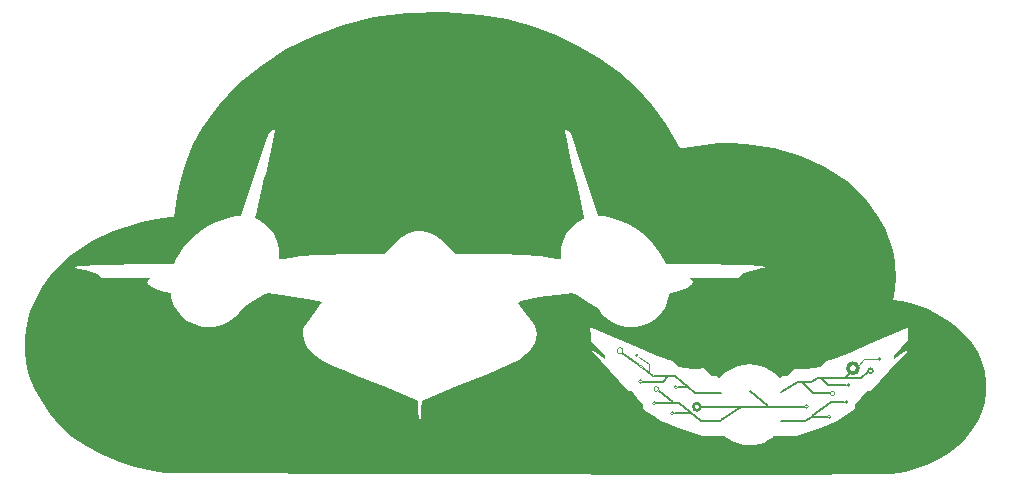
<source format=gto>
%TF.GenerationSoftware,KiCad,Pcbnew,(5.1.12-1-10_14)*%
%TF.CreationDate,2022-04-05T15:16:14-04:00*%
%TF.ProjectId,sr-71,73722d37-312e-46b6-9963-61645f706362,rev?*%
%TF.SameCoordinates,Original*%
%TF.FileFunction,Legend,Top*%
%TF.FilePolarity,Positive*%
%FSLAX46Y46*%
G04 Gerber Fmt 4.6, Leading zero omitted, Abs format (unit mm)*
G04 Created by KiCad (PCBNEW (5.1.12-1-10_14)) date 2022-04-05 15:16:14*
%MOMM*%
%LPD*%
G01*
G04 APERTURE LIST*
%ADD10C,0.120000*%
%ADD11C,0.200000*%
%ADD12C,0.250000*%
%ADD13C,0.150000*%
%ADD14C,0.300000*%
G04 APERTURE END LIST*
D10*
X171408983Y-112268000D02*
G75*
G03*
X171408983Y-112268000I-136783J0D01*
G01*
D11*
X172148500Y-112242600D02*
X171475400Y-112242600D01*
D10*
X168070200Y-109575600D02*
G75*
G03*
X168070200Y-109575600I-100000J0D01*
G01*
X168986200Y-110299500D02*
X168109900Y-109677200D01*
X168986200Y-110959900D02*
X168986200Y-110312200D01*
D11*
X168465500Y-110655100D02*
X169354500Y-111340900D01*
D10*
X168449883Y-110515400D02*
G75*
G03*
X168449883Y-110515400I-136783J0D01*
G01*
X166797800Y-109181900D02*
G75*
G03*
X166797800Y-109181900I-250000J0D01*
G01*
X168411783Y-111785400D02*
G75*
G03*
X168411783Y-111785400I-136783J0D01*
G01*
X169808500Y-112420400D02*
G75*
G03*
X169808500Y-112420400I-200000J0D01*
G01*
X169580183Y-113639600D02*
G75*
G03*
X169580183Y-113639600I-136783J0D01*
G01*
X171091483Y-114477800D02*
G75*
G03*
X171091483Y-114477800I-136783J0D01*
G01*
D11*
X170180000Y-111810800D02*
X168465500Y-111810800D01*
X170599100Y-111366300D02*
X170180000Y-111810800D01*
X172516800Y-114427000D02*
X171170600Y-114427000D01*
X171056300Y-113563400D02*
X169799000Y-112610900D01*
X171500800Y-113601500D02*
X169608500Y-113601500D01*
X173418500Y-115125500D02*
X171500800Y-113601500D01*
X175044100Y-115125500D02*
X173418500Y-115125500D01*
X168135300Y-110401100D02*
X166712900Y-109410500D01*
X171234100Y-111353600D02*
X169392600Y-111353600D01*
X172847000Y-112725200D02*
X171234100Y-111353600D01*
X175069500Y-112725200D02*
X172847000Y-112725200D01*
X175107600Y-115074700D02*
X176796700Y-113919000D01*
X179108100Y-113880900D02*
X177571400Y-112636300D01*
D12*
X173350200Y-113944400D02*
G75*
G03*
X173350200Y-113944400I-300000J0D01*
G01*
D11*
X187944100Y-110883700D02*
G75*
G03*
X187944100Y-110883700I-200000J0D01*
G01*
X186944000Y-111480600D02*
X187566300Y-110947200D01*
X185635900Y-111480600D02*
X186944000Y-111480600D01*
D10*
X184711000Y-112814100D02*
G75*
G03*
X184711000Y-112814100I-180000J0D01*
G01*
X186026683Y-112102900D02*
G75*
G03*
X186026683Y-112102900I-136783J0D01*
G01*
X185823483Y-113525300D02*
G75*
G03*
X185823483Y-113525300I-136783J0D01*
G01*
X184401083Y-114757200D02*
G75*
G03*
X184401083Y-114757200I-136783J0D01*
G01*
D11*
X182918100Y-112801400D02*
X184277000Y-112801400D01*
X181952900Y-111836200D02*
X182918100Y-112801400D01*
D13*
X184175400Y-112102900D02*
X185712100Y-112102900D01*
X183565800Y-111493300D02*
X184175400Y-112102900D01*
D11*
X184404000Y-113525300D02*
X185496200Y-113525300D01*
X182803800Y-114744500D02*
X184404000Y-113525300D01*
X182778400Y-114769900D02*
X184061100Y-114769900D01*
X182194200Y-115176300D02*
X182778400Y-114769900D01*
X180174900Y-115176300D02*
X182194200Y-115176300D01*
X173456600Y-113919000D02*
X182118000Y-113919000D01*
D10*
X188642883Y-109905800D02*
G75*
G03*
X188642883Y-109905800I-136783J0D01*
G01*
X187223400Y-109893100D02*
X188315600Y-109893100D01*
X186690000Y-110464600D02*
X187223400Y-109893100D01*
D11*
X185547000Y-111480600D02*
X186093100Y-111023400D01*
D10*
X182471200Y-113919000D02*
G75*
G03*
X182471200Y-113919000I-150000J0D01*
G01*
D14*
X186684928Y-110667800D02*
G75*
G03*
X186684928Y-110667800I-426728J0D01*
G01*
D11*
X183286400Y-111480600D02*
X185585100Y-111480600D01*
X182702200Y-111810800D02*
X183286400Y-111480600D01*
X181610000Y-111810800D02*
X182702200Y-111810800D01*
X180187600Y-112649000D02*
X181610000Y-111810800D01*
D13*
G36*
X151635026Y-80512640D02*
G01*
X137262778Y-90453633D01*
X137262778Y-90454163D01*
X137306701Y-90489305D01*
X137318078Y-90585422D01*
X137256584Y-90981781D01*
X136532081Y-94189854D01*
X136435447Y-94600165D01*
X135712491Y-97700751D01*
X135644795Y-97979802D01*
X135941935Y-98128630D01*
X136326409Y-98357042D01*
X136666957Y-98632992D01*
X136960994Y-98952870D01*
X137206974Y-99312537D01*
X137402311Y-99708896D01*
X137544937Y-100137293D01*
X137632271Y-100594631D01*
X137662243Y-101076255D01*
X137662772Y-101401816D01*
X138036909Y-101401816D01*
X138579511Y-101352723D01*
X139505553Y-101197693D01*
X140822786Y-101061785D01*
X144078918Y-100981687D01*
X146563519Y-100957399D01*
X147118009Y-100410145D01*
X147641490Y-99915602D01*
X148069372Y-99573503D01*
X148477097Y-99331142D01*
X148938567Y-99136838D01*
X149269815Y-99050539D01*
X149710614Y-99047893D01*
X150172084Y-99096986D01*
X150591697Y-99268034D01*
X150962217Y-99465956D01*
X151296047Y-99692299D01*
X152091864Y-100413701D01*
X152651002Y-100967672D01*
X154552179Y-100968201D01*
X156572212Y-100997139D01*
X158352982Y-101076204D01*
X159763230Y-101198161D01*
X160674285Y-101354739D01*
X161193117Y-101401766D01*
X161542968Y-101402295D01*
X161542968Y-101044695D01*
X161571906Y-100589427D01*
X161657173Y-100150176D01*
X161794632Y-99733148D01*
X161981700Y-99344022D01*
X162214245Y-98989523D01*
X162489163Y-98674814D01*
X162802837Y-98406614D01*
X163152688Y-98190090D01*
X163420888Y-98031959D01*
X163520625Y-97924472D01*
X163226067Y-96597938D01*
X162860717Y-95034209D01*
X162725325Y-94455433D01*
X162585797Y-93852368D01*
X162337750Y-92766647D01*
X161945010Y-90942986D01*
X161898502Y-90641713D01*
X161915541Y-90491334D01*
X162006492Y-90475327D01*
X162181675Y-90576612D01*
X162386830Y-90720273D01*
X162851401Y-92117603D01*
X164014637Y-95637287D01*
X164713819Y-97760155D01*
X165166506Y-97817514D01*
X165882741Y-97962209D01*
X166626881Y-98213357D01*
X167375157Y-98561139D01*
X168103277Y-98996770D01*
X168741997Y-99498034D01*
X169345062Y-100109364D01*
X169876295Y-100790460D01*
X170300041Y-101501011D01*
X170461789Y-101822438D01*
X172961379Y-101855511D01*
X177278427Y-101955245D01*
X178453550Y-102020359D01*
X178849390Y-102091157D01*
X178774976Y-102154202D01*
X178598242Y-102217762D01*
X177963658Y-102338169D01*
X177615358Y-102401730D01*
X177325454Y-102495265D01*
X177045366Y-102638926D01*
X176727556Y-102852350D01*
X176531704Y-102994460D01*
X174509088Y-102994460D01*
X172486471Y-102994460D01*
X172586724Y-103121584D01*
X172686459Y-103382551D01*
X172654420Y-103497271D01*
X172562954Y-103617678D01*
X172230156Y-103860039D01*
X171742849Y-104077598D01*
X171157355Y-104239862D01*
X170740842Y-104323578D01*
X170633355Y-104751976D01*
X170501064Y-105185025D01*
X170331564Y-105550377D01*
X170102638Y-105885755D01*
X169792062Y-106229920D01*
X169382268Y-106601990D01*
X168971957Y-106840221D01*
X168604022Y-106992666D01*
X168229883Y-107102219D01*
X167852130Y-107167849D01*
X167473857Y-107190074D01*
X167097654Y-107169410D01*
X166726616Y-107105331D01*
X166362814Y-106997844D01*
X166008830Y-106846949D01*
X165618673Y-106615955D01*
X165255906Y-106330700D01*
X164946880Y-106014956D01*
X164718987Y-105692496D01*
X164499361Y-105466671D01*
X163937122Y-105103903D01*
X162856053Y-104493602D01*
X162457109Y-104294133D01*
X161867482Y-104366997D01*
X159677433Y-104676022D01*
X158144713Y-104976261D01*
X157971080Y-105038274D01*
X157938007Y-105111137D01*
X158329196Y-105718335D01*
X158931226Y-106485730D01*
X159206663Y-106822145D01*
X159378745Y-107120833D01*
X159467111Y-107429342D01*
X159492431Y-107794176D01*
X159467111Y-108211723D01*
X159335854Y-108559505D01*
X159030445Y-109022010D01*
X158559156Y-109487097D01*
X157945757Y-109935648D01*
X157214536Y-110346993D01*
X155355735Y-111154697D01*
X152714553Y-112209411D01*
X149940044Y-113332339D01*
X149747809Y-113441377D01*
X149723520Y-114211356D01*
X149689413Y-114855762D01*
X149660475Y-114964800D01*
X149614483Y-114997354D01*
X149547821Y-114990131D01*
X149506480Y-114949306D01*
X149470822Y-114163308D01*
X149457910Y-113441387D01*
X149265159Y-113332868D01*
X146683921Y-112279702D01*
X144295953Y-111340225D01*
X143307382Y-110929396D01*
X142252150Y-110466375D01*
X141424811Y-110034877D01*
X140790740Y-109613197D01*
X140314283Y-109181699D01*
X140045049Y-108852004D01*
X139857464Y-108529543D01*
X139743776Y-108197780D01*
X139696751Y-107839147D01*
X139706038Y-107462942D01*
X139821277Y-107137380D01*
X140011447Y-106814403D01*
X140279131Y-106474371D01*
X140897698Y-105679071D01*
X141280621Y-105078591D01*
X140930254Y-104953535D01*
X140018164Y-104768015D01*
X137338742Y-104366491D01*
X136749113Y-104294659D01*
X136352757Y-104490515D01*
X135185902Y-105153005D01*
X134727532Y-105463065D01*
X134502740Y-105664085D01*
X134263477Y-106001016D01*
X133949284Y-106326062D01*
X133585998Y-106615450D01*
X133200492Y-106843859D01*
X132844442Y-107001471D01*
X132517846Y-107099656D01*
X132164381Y-107150299D01*
X131728747Y-107165275D01*
X131155139Y-107143579D01*
X130700905Y-107027824D01*
X130292142Y-106863494D01*
X129915423Y-106650586D01*
X129574356Y-106393755D01*
X129273083Y-106096615D01*
X129014702Y-105763819D01*
X128802829Y-105398467D01*
X128641081Y-105005209D01*
X128533594Y-104587662D01*
X128482434Y-104312744D01*
X128123284Y-104252281D01*
X127685583Y-104150480D01*
X127263388Y-104000102D01*
X126897519Y-103818716D01*
X126627250Y-103623380D01*
X126549735Y-103514342D01*
X126522348Y-103386702D01*
X126545076Y-103252344D01*
X126618455Y-103121084D01*
X126718709Y-102993963D01*
X124696609Y-102993963D01*
X122675026Y-102993963D01*
X122414060Y-102807410D01*
X122120023Y-102613105D01*
X121858538Y-102483399D01*
X121578968Y-102397616D01*
X121232221Y-102336637D01*
X120724243Y-102247753D01*
X120444155Y-102158871D01*
X120396096Y-102118046D01*
X120411600Y-102080322D01*
X120643627Y-102021928D01*
X122721534Y-101929943D01*
X126337851Y-101853463D01*
X128737704Y-101821940D01*
X128971284Y-101379073D01*
X129244651Y-100908818D01*
X129556778Y-100464400D01*
X129905594Y-100046338D01*
X130290584Y-99655664D01*
X130710194Y-99293929D01*
X131163915Y-98961649D01*
X131650706Y-98660376D01*
X132169022Y-98390109D01*
X133122451Y-98013904D01*
X133578238Y-97894532D01*
X134030405Y-97818051D01*
X134474307Y-97763272D01*
X134571457Y-97496106D01*
X136665388Y-91179695D01*
X136821966Y-90780238D01*
X137004902Y-90588518D01*
X137162514Y-90485164D01*
X137262778Y-90453633D01*
X151635026Y-80512640D01*
X187645230Y-108639099D01*
X189242033Y-107961623D01*
X190838836Y-107283628D01*
X190892062Y-107283099D01*
X190945288Y-107282570D01*
X190945288Y-107785897D01*
X190945288Y-108289227D01*
X190341707Y-108935700D01*
X189738643Y-109582172D01*
X189738643Y-109748569D01*
X189738643Y-109914968D01*
X190318969Y-109473661D01*
X190899296Y-109031828D01*
X190852271Y-109154301D01*
X190805244Y-109276258D01*
X189295775Y-110938688D01*
X187786825Y-112600602D01*
X187628178Y-112577875D01*
X187470047Y-112555147D01*
X186971887Y-113156145D01*
X186473727Y-113757141D01*
X186473727Y-113948861D01*
X186473727Y-114140580D01*
X185693928Y-114650628D01*
X184913614Y-115161189D01*
X184315203Y-115408720D01*
X183716271Y-115656767D01*
X182564921Y-116047440D01*
X181414605Y-116438632D01*
X180469958Y-116438632D01*
X179526348Y-116438632D01*
X179481906Y-116510461D01*
X179436948Y-116582809D01*
X179069526Y-116769877D01*
X178702107Y-116956946D01*
X178347089Y-117051513D01*
X177992590Y-117146083D01*
X177459806Y-117141956D01*
X177460336Y-117142485D01*
X176927552Y-117137828D01*
X176856755Y-117111476D01*
X176785958Y-117085626D01*
X176500189Y-117012246D01*
X176214934Y-116939383D01*
X175799972Y-116689267D01*
X175384494Y-116439153D01*
X174480156Y-116439153D01*
X173576337Y-116439153D01*
X172448238Y-116056233D01*
X171320658Y-115673309D01*
X170668503Y-115391673D01*
X170016863Y-115110553D01*
X169426202Y-114738483D01*
X168836057Y-114365894D01*
X168676894Y-114219135D01*
X168516697Y-114072373D01*
X168516697Y-113915277D01*
X168516697Y-113757665D01*
X168018537Y-113156666D01*
X167520374Y-112555671D01*
X167362246Y-112579430D01*
X167203599Y-112603190D01*
X165683795Y-110919056D01*
X164163473Y-109234922D01*
X164130918Y-109136220D01*
X164097327Y-109037001D01*
X164675071Y-109476251D01*
X165251778Y-109915500D01*
X165251778Y-109719128D01*
X165251778Y-109521725D01*
X164667835Y-108934681D01*
X164083891Y-108347121D01*
X164056504Y-107815369D01*
X164030152Y-107283102D01*
X164029623Y-107280985D01*
X164029617Y-107281030D01*
X164101449Y-107281030D01*
X164173278Y-107281030D01*
X166362809Y-108211723D01*
X168552339Y-109141898D01*
X169473213Y-109527922D01*
X170395122Y-109913428D01*
X170710347Y-109993009D01*
X171026608Y-110073106D01*
X171279304Y-110298418D01*
X171533037Y-110524761D01*
X172100959Y-110617262D01*
X172668885Y-110709763D01*
X173147924Y-110695819D01*
X173626965Y-110682378D01*
X173971648Y-111004839D01*
X174316329Y-111326784D01*
X174530787Y-111326784D01*
X174745242Y-111326784D01*
X174834126Y-111433753D01*
X174921460Y-111539689D01*
X175214981Y-111251852D01*
X175507470Y-110964533D01*
X176004598Y-110723204D01*
X176501726Y-110482906D01*
X177004019Y-110399192D01*
X177506831Y-110317026D01*
X178009126Y-110401259D01*
X178510387Y-110486007D01*
X178925349Y-110683413D01*
X179340311Y-110880816D01*
X179720134Y-111181573D01*
X180099954Y-111483362D01*
X180177987Y-111405331D01*
X180256018Y-111327300D01*
X180484944Y-111327300D01*
X180713872Y-111327300D01*
X181000675Y-111025509D01*
X181288512Y-110723720D01*
X181804759Y-110716999D01*
X182322041Y-110709776D01*
X182889448Y-110617275D01*
X183457373Y-110525806D01*
X183711104Y-110299463D01*
X183964318Y-110073638D01*
X184299698Y-109989406D01*
X184635079Y-109904657D01*
X186140412Y-109272136D01*
X187645230Y-108639099D01*
X151635026Y-80512640D01*
X148499301Y-80567932D01*
X145733577Y-80963773D01*
X143089294Y-81622649D01*
X140591257Y-82531120D01*
X138264265Y-83675236D01*
X136133131Y-85040528D01*
X134223170Y-86613558D01*
X132558155Y-88380374D01*
X131163407Y-90327028D01*
X130397563Y-91723324D01*
X129783131Y-93168714D01*
X129331996Y-94634256D01*
X129053977Y-96090499D01*
X128879309Y-97396879D01*
X128812132Y-97878503D01*
X128411121Y-97901231D01*
X127273206Y-98025254D01*
X126041240Y-98263998D01*
X123635702Y-99007623D01*
X121793437Y-99902142D01*
X120087599Y-101088632D01*
X119140370Y-101927858D01*
X118317680Y-102826510D01*
X117622117Y-103777357D01*
X117057292Y-104775746D01*
X116625794Y-105815477D01*
X116330204Y-106889830D01*
X116173626Y-107994154D01*
X116159154Y-109122252D01*
X116278010Y-110261199D01*
X116526572Y-111310232D01*
X116925514Y-112333423D01*
X117494471Y-113396408D01*
X118260834Y-114517270D01*
X119156385Y-115536329D01*
X120177513Y-116451001D01*
X121319563Y-117259737D01*
X122579951Y-117959955D01*
X123954027Y-118548549D01*
X125438173Y-119023455D01*
X127028774Y-119382606D01*
X128010108Y-119562441D01*
X149010894Y-119602747D01*
X179384751Y-119664760D01*
X189559324Y-119598614D01*
X190662099Y-119423947D01*
X191703377Y-119151611D01*
X192676962Y-118789360D01*
X193577683Y-118344944D01*
X194400889Y-117825597D01*
X195140894Y-117239068D01*
X195793050Y-116592596D01*
X196351157Y-115893413D01*
X196811077Y-115148757D01*
X197166610Y-114366892D01*
X197412591Y-113555055D01*
X197544367Y-112719964D01*
X197556246Y-111869887D01*
X197443074Y-111011541D01*
X197199678Y-110153196D01*
X196820890Y-109301568D01*
X196339266Y-108534173D01*
X195739818Y-107815872D01*
X195034953Y-107153895D01*
X194238102Y-106558583D01*
X193363220Y-106037684D01*
X192422708Y-105600503D01*
X191430521Y-105256338D01*
X190400093Y-105013458D01*
X189685924Y-104884268D01*
X189748972Y-104553538D01*
X189881264Y-103123651D01*
X189817184Y-101693247D01*
X189622879Y-100694342D01*
X189329359Y-99730060D01*
X188941784Y-98802984D01*
X188462745Y-97916733D01*
X187249898Y-96280142D01*
X185723376Y-94846119D01*
X183915219Y-93639992D01*
X181859012Y-92688111D01*
X179587316Y-92015802D01*
X177132170Y-91649415D01*
X175934827Y-91585854D01*
X174807763Y-91615826D01*
X171865824Y-92023555D01*
X171617261Y-91981179D01*
X171375932Y-91560015D01*
X170455574Y-89984919D01*
X169269600Y-88354009D01*
X167936349Y-86909138D01*
X166438249Y-85590354D01*
X164788220Y-84404380D01*
X163000216Y-83358966D01*
X161087670Y-82461346D01*
X159064023Y-81718240D01*
X156943221Y-81136363D01*
X154738189Y-80723468D01*
X151635026Y-80512640D01*
G37*
M02*

</source>
